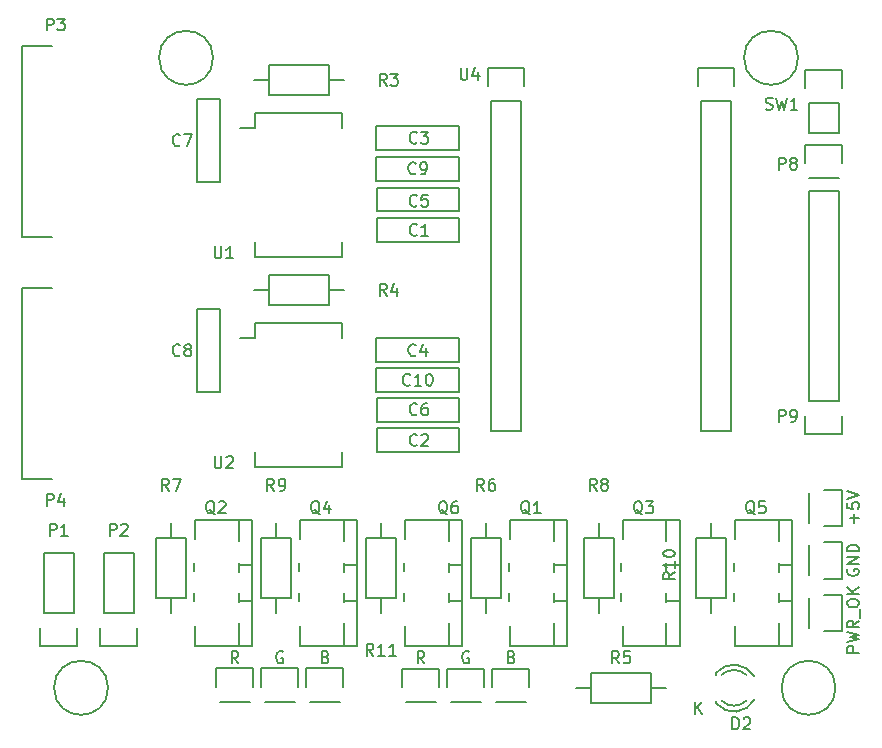
<source format=gto>
G04 #@! TF.FileFunction,Legend,Top*
%FSLAX46Y46*%
G04 Gerber Fmt 4.6, Leading zero omitted, Abs format (unit mm)*
G04 Created by KiCad (PCBNEW 4.0.0-stable) date 12/21/2015 3:24:30 PM*
%MOMM*%
G01*
G04 APERTURE LIST*
%ADD10C,0.100000*%
%ADD11C,0.150000*%
G04 APERTURE END LIST*
D10*
D11*
X152781000Y-128270000D02*
G75*
G03X152781000Y-128270000I-2286000J0D01*
G01*
X91186000Y-128270000D02*
G75*
G03X91186000Y-128270000I-2286000J0D01*
G01*
X103461143Y-126613701D02*
X103461143Y-128163701D01*
X100361143Y-128163701D02*
X100361143Y-126613701D01*
X100361143Y-126613701D02*
X103461143Y-126613701D01*
X100641143Y-129433701D02*
X103181143Y-129433701D01*
X100076000Y-74930000D02*
G75*
G03X100076000Y-74930000I-2286000J0D01*
G01*
X126164362Y-78575728D02*
X126164362Y-106515728D01*
X126164362Y-106515728D02*
X123624362Y-106515728D01*
X123624362Y-106515728D02*
X123624362Y-78575728D01*
X126444362Y-75755728D02*
X126444362Y-77305728D01*
X126164362Y-78575728D02*
X123624362Y-78575728D01*
X123344362Y-77305728D02*
X123344362Y-75755728D01*
X123344362Y-75755728D02*
X126444362Y-75755728D01*
X144224362Y-75755728D02*
X144224362Y-77305728D01*
X141124362Y-77305728D02*
X141124362Y-75755728D01*
X141124362Y-75755728D02*
X144224362Y-75755728D01*
X143944362Y-78575728D02*
X141404362Y-78575728D01*
X141404362Y-106515728D02*
X141404362Y-78575728D01*
X143944362Y-78575728D02*
X143944362Y-106515728D01*
X143944362Y-106515728D02*
X141404362Y-106515728D01*
X113935000Y-88535000D02*
X120935000Y-88535000D01*
X120935000Y-88535000D02*
X120935000Y-90535000D01*
X120935000Y-90535000D02*
X113935000Y-90535000D01*
X113935000Y-90535000D02*
X113935000Y-88535000D01*
X113935000Y-106315000D02*
X120935000Y-106315000D01*
X120935000Y-106315000D02*
X120935000Y-108315000D01*
X120935000Y-108315000D02*
X113935000Y-108315000D01*
X113935000Y-108315000D02*
X113935000Y-106315000D01*
X113905000Y-80735000D02*
X120905000Y-80735000D01*
X120905000Y-80735000D02*
X120905000Y-82735000D01*
X120905000Y-82735000D02*
X113905000Y-82735000D01*
X113905000Y-82735000D02*
X113905000Y-80735000D01*
X113905000Y-98695000D02*
X120905000Y-98695000D01*
X120905000Y-98695000D02*
X120905000Y-100695000D01*
X120905000Y-100695000D02*
X113905000Y-100695000D01*
X113905000Y-100695000D02*
X113905000Y-98695000D01*
X113935000Y-85931500D02*
X120935000Y-85931500D01*
X120935000Y-85931500D02*
X120935000Y-87931500D01*
X120935000Y-87931500D02*
X113935000Y-87931500D01*
X113935000Y-87931500D02*
X113935000Y-85931500D01*
X113935000Y-103775000D02*
X120935000Y-103775000D01*
X120935000Y-103775000D02*
X120935000Y-105775000D01*
X120935000Y-105775000D02*
X113935000Y-105775000D01*
X113935000Y-105775000D02*
X113935000Y-103775000D01*
X98695000Y-85455000D02*
X98695000Y-78455000D01*
X98695000Y-78455000D02*
X100695000Y-78455000D01*
X100695000Y-78455000D02*
X100695000Y-85455000D01*
X100695000Y-85455000D02*
X98695000Y-85455000D01*
X98695000Y-103235000D02*
X98695000Y-96235000D01*
X98695000Y-96235000D02*
X100695000Y-96235000D01*
X100695000Y-96235000D02*
X100695000Y-103235000D01*
X100695000Y-103235000D02*
X98695000Y-103235000D01*
X119213459Y-126645719D02*
X119213459Y-128195719D01*
X116113459Y-128195719D02*
X116113459Y-126645719D01*
X116113459Y-126645719D02*
X119213459Y-126645719D01*
X116393459Y-129465719D02*
X118933459Y-129465719D01*
X123023459Y-126645719D02*
X123023459Y-128195719D01*
X119923459Y-128195719D02*
X119923459Y-126645719D01*
X119923459Y-126645719D02*
X123023459Y-126645719D01*
X120203459Y-129465719D02*
X122743459Y-129465719D01*
X107271143Y-126613701D02*
X107271143Y-128163701D01*
X104171143Y-128163701D02*
X104171143Y-126613701D01*
X104171143Y-126613701D02*
X107271143Y-126613701D01*
X104451143Y-129433701D02*
X106991143Y-129433701D01*
X126833459Y-126645719D02*
X126833459Y-128195719D01*
X123733459Y-128195719D02*
X123733459Y-126645719D01*
X123733459Y-126645719D02*
X126833459Y-126645719D01*
X124013459Y-129465719D02*
X126553459Y-129465719D01*
X111081143Y-126613701D02*
X111081143Y-128163701D01*
X107981143Y-128163701D02*
X107981143Y-126613701D01*
X107981143Y-126613701D02*
X111081143Y-126613701D01*
X108261143Y-129433701D02*
X110801143Y-129433701D01*
X88265000Y-121920000D02*
X88265000Y-116840000D01*
X88265000Y-116840000D02*
X85725000Y-116840000D01*
X85725000Y-116840000D02*
X85725000Y-121920000D01*
X85445000Y-124740000D02*
X85445000Y-123190000D01*
X85725000Y-121920000D02*
X88265000Y-121920000D01*
X88545000Y-123190000D02*
X88545000Y-124740000D01*
X88545000Y-124740000D02*
X85445000Y-124740000D01*
X93345000Y-121920000D02*
X93345000Y-116840000D01*
X93345000Y-116840000D02*
X90805000Y-116840000D01*
X90805000Y-116840000D02*
X90805000Y-121920000D01*
X90525000Y-124740000D02*
X90525000Y-123190000D01*
X90805000Y-121920000D02*
X93345000Y-121920000D01*
X93625000Y-123190000D02*
X93625000Y-124740000D01*
X93625000Y-124740000D02*
X90525000Y-124740000D01*
X153315000Y-123470000D02*
X151765000Y-123470000D01*
X151765000Y-120370000D02*
X153315000Y-120370000D01*
X153315000Y-120370000D02*
X153315000Y-123470000D01*
X150495000Y-120650000D02*
X150495000Y-123190000D01*
X153315000Y-114580000D02*
X151765000Y-114580000D01*
X151765000Y-111480000D02*
X153315000Y-111480000D01*
X153315000Y-111480000D02*
X153315000Y-114580000D01*
X150495000Y-111760000D02*
X150495000Y-114300000D01*
X153315000Y-119025000D02*
X151765000Y-119025000D01*
X151765000Y-115925000D02*
X153315000Y-115925000D01*
X153315000Y-115925000D02*
X153315000Y-119025000D01*
X150495000Y-116205000D02*
X150495000Y-118745000D01*
X153315000Y-82270000D02*
X153315000Y-83820000D01*
X150215000Y-83820000D02*
X150215000Y-82270000D01*
X150215000Y-82270000D02*
X153315000Y-82270000D01*
X150495000Y-85090000D02*
X153035000Y-85090000D01*
X150495000Y-103975728D02*
X150495000Y-86195728D01*
X150495000Y-86195728D02*
X153035000Y-86195728D01*
X153035000Y-86195728D02*
X153035000Y-103975728D01*
X150215000Y-106795728D02*
X150215000Y-105245728D01*
X150495000Y-103975728D02*
X153035000Y-103975728D01*
X153315000Y-105245728D02*
X153315000Y-106795728D01*
X153315000Y-106795728D02*
X150215000Y-106795728D01*
X109855000Y-78105000D02*
X104775000Y-78105000D01*
X104775000Y-78105000D02*
X104775000Y-75565000D01*
X104775000Y-75565000D02*
X109855000Y-75565000D01*
X109855000Y-75565000D02*
X109855000Y-78105000D01*
X109855000Y-76835000D02*
X111125000Y-76835000D01*
X104775000Y-76835000D02*
X103505000Y-76835000D01*
X109855000Y-95885000D02*
X104775000Y-95885000D01*
X104775000Y-95885000D02*
X104775000Y-93345000D01*
X104775000Y-93345000D02*
X109855000Y-93345000D01*
X109855000Y-93345000D02*
X109855000Y-95885000D01*
X109855000Y-94615000D02*
X111125000Y-94615000D01*
X104775000Y-94615000D02*
X103505000Y-94615000D01*
X132080000Y-127000000D02*
X137160000Y-127000000D01*
X137160000Y-127000000D02*
X137160000Y-129540000D01*
X137160000Y-129540000D02*
X132080000Y-129540000D01*
X132080000Y-129540000D02*
X132080000Y-127000000D01*
X132080000Y-128270000D02*
X130810000Y-128270000D01*
X137160000Y-128270000D02*
X138430000Y-128270000D01*
X121920000Y-120650000D02*
X121920000Y-115570000D01*
X121920000Y-115570000D02*
X124460000Y-115570000D01*
X124460000Y-115570000D02*
X124460000Y-120650000D01*
X124460000Y-120650000D02*
X121920000Y-120650000D01*
X123190000Y-120650000D02*
X123190000Y-121920000D01*
X123190000Y-115570000D02*
X123190000Y-114300000D01*
X95250000Y-120650000D02*
X95250000Y-115570000D01*
X95250000Y-115570000D02*
X97790000Y-115570000D01*
X97790000Y-115570000D02*
X97790000Y-120650000D01*
X97790000Y-120650000D02*
X95250000Y-120650000D01*
X96520000Y-120650000D02*
X96520000Y-121920000D01*
X96520000Y-115570000D02*
X96520000Y-114300000D01*
X131445000Y-120650000D02*
X131445000Y-115570000D01*
X131445000Y-115570000D02*
X133985000Y-115570000D01*
X133985000Y-115570000D02*
X133985000Y-120650000D01*
X133985000Y-120650000D02*
X131445000Y-120650000D01*
X132715000Y-120650000D02*
X132715000Y-121920000D01*
X132715000Y-115570000D02*
X132715000Y-114300000D01*
X104140000Y-120650000D02*
X104140000Y-115570000D01*
X104140000Y-115570000D02*
X106680000Y-115570000D01*
X106680000Y-115570000D02*
X106680000Y-120650000D01*
X106680000Y-120650000D02*
X104140000Y-120650000D01*
X105410000Y-120650000D02*
X105410000Y-121920000D01*
X105410000Y-115570000D02*
X105410000Y-114300000D01*
X140970000Y-120650000D02*
X140970000Y-115570000D01*
X140970000Y-115570000D02*
X143510000Y-115570000D01*
X143510000Y-115570000D02*
X143510000Y-120650000D01*
X143510000Y-120650000D02*
X140970000Y-120650000D01*
X142240000Y-120650000D02*
X142240000Y-121920000D01*
X142240000Y-115570000D02*
X142240000Y-114300000D01*
X113030000Y-120650000D02*
X113030000Y-115570000D01*
X113030000Y-115570000D02*
X115570000Y-115570000D01*
X115570000Y-115570000D02*
X115570000Y-120650000D01*
X115570000Y-120650000D02*
X113030000Y-120650000D01*
X114300000Y-120650000D02*
X114300000Y-121920000D01*
X114300000Y-115570000D02*
X114300000Y-114300000D01*
X153035000Y-78740000D02*
X153035000Y-81280000D01*
X153315000Y-75920000D02*
X153315000Y-77470000D01*
X153035000Y-78740000D02*
X150495000Y-78740000D01*
X150215000Y-77470000D02*
X150215000Y-75920000D01*
X150215000Y-75920000D02*
X153315000Y-75920000D01*
X150495000Y-78740000D02*
X150495000Y-81280000D01*
X150495000Y-81280000D02*
X153035000Y-81280000D01*
X103640000Y-79620000D02*
X103640000Y-80890000D01*
X110990000Y-79620000D02*
X110990000Y-80890000D01*
X110990000Y-91830000D02*
X110990000Y-90560000D01*
X103640000Y-91830000D02*
X103640000Y-90560000D01*
X103640000Y-79620000D02*
X110990000Y-79620000D01*
X103640000Y-91830000D02*
X110990000Y-91830000D01*
X103640000Y-80890000D02*
X102355000Y-80890000D01*
X103640000Y-97400000D02*
X103640000Y-98670000D01*
X110990000Y-97400000D02*
X110990000Y-98670000D01*
X110990000Y-109610000D02*
X110990000Y-108340000D01*
X103640000Y-109610000D02*
X103640000Y-108340000D01*
X103640000Y-97400000D02*
X110990000Y-97400000D01*
X103640000Y-109610000D02*
X110990000Y-109610000D01*
X103640000Y-98670000D02*
X102355000Y-98670000D01*
X83893607Y-73935000D02*
X86433607Y-73935000D01*
X83893607Y-90135000D02*
X86433607Y-90135000D01*
X83893607Y-90135000D02*
X83893607Y-73935000D01*
X83893607Y-94382355D02*
X86433607Y-94382355D01*
X83893607Y-110582355D02*
X86433607Y-110582355D01*
X83893607Y-110582355D02*
X83893607Y-94382355D01*
X102235000Y-124714000D02*
X102235000Y-122809000D01*
X102235000Y-120269000D02*
X102235000Y-121031000D01*
X102235000Y-117856000D02*
X102235000Y-117729000D01*
X102235000Y-117856000D02*
X102235000Y-118491000D01*
X102235000Y-114046000D02*
X102235000Y-115824000D01*
X98552000Y-114046000D02*
X98552000Y-115697000D01*
X98425000Y-118364000D02*
X98425000Y-117729000D01*
X98425000Y-120904000D02*
X98425000Y-120269000D01*
X98552000Y-124714000D02*
X98552000Y-123063000D01*
X103378000Y-117856000D02*
X102235000Y-117856000D01*
X103378000Y-120904000D02*
X102235000Y-120904000D01*
X102235000Y-124714000D02*
X98552000Y-124714000D01*
X98552000Y-114046000D02*
X102235000Y-114046000D01*
X103378000Y-124714000D02*
X102235000Y-124714000D01*
X102235000Y-114046000D02*
X103378000Y-114046000D01*
X103378000Y-119380000D02*
X103378000Y-114046000D01*
X103378000Y-119380000D02*
X103378000Y-124714000D01*
X111125000Y-124714000D02*
X111125000Y-122809000D01*
X111125000Y-120269000D02*
X111125000Y-121031000D01*
X111125000Y-117856000D02*
X111125000Y-117729000D01*
X111125000Y-117856000D02*
X111125000Y-118491000D01*
X111125000Y-114046000D02*
X111125000Y-115824000D01*
X107442000Y-114046000D02*
X107442000Y-115697000D01*
X107315000Y-118364000D02*
X107315000Y-117729000D01*
X107315000Y-120904000D02*
X107315000Y-120269000D01*
X107442000Y-124714000D02*
X107442000Y-123063000D01*
X112268000Y-117856000D02*
X111125000Y-117856000D01*
X112268000Y-120904000D02*
X111125000Y-120904000D01*
X111125000Y-124714000D02*
X107442000Y-124714000D01*
X107442000Y-114046000D02*
X111125000Y-114046000D01*
X112268000Y-124714000D02*
X111125000Y-124714000D01*
X111125000Y-114046000D02*
X112268000Y-114046000D01*
X112268000Y-119380000D02*
X112268000Y-114046000D01*
X112268000Y-119380000D02*
X112268000Y-124714000D01*
X120015000Y-124714000D02*
X120015000Y-122809000D01*
X120015000Y-120269000D02*
X120015000Y-121031000D01*
X120015000Y-117856000D02*
X120015000Y-117729000D01*
X120015000Y-117856000D02*
X120015000Y-118491000D01*
X120015000Y-114046000D02*
X120015000Y-115824000D01*
X116332000Y-114046000D02*
X116332000Y-115697000D01*
X116205000Y-118364000D02*
X116205000Y-117729000D01*
X116205000Y-120904000D02*
X116205000Y-120269000D01*
X116332000Y-124714000D02*
X116332000Y-123063000D01*
X121158000Y-117856000D02*
X120015000Y-117856000D01*
X121158000Y-120904000D02*
X120015000Y-120904000D01*
X120015000Y-124714000D02*
X116332000Y-124714000D01*
X116332000Y-114046000D02*
X120015000Y-114046000D01*
X121158000Y-124714000D02*
X120015000Y-124714000D01*
X120015000Y-114046000D02*
X121158000Y-114046000D01*
X121158000Y-119380000D02*
X121158000Y-114046000D01*
X121158000Y-119380000D02*
X121158000Y-124714000D01*
X128905000Y-124714000D02*
X128905000Y-122809000D01*
X128905000Y-120269000D02*
X128905000Y-121031000D01*
X128905000Y-117856000D02*
X128905000Y-117729000D01*
X128905000Y-117856000D02*
X128905000Y-118491000D01*
X128905000Y-114046000D02*
X128905000Y-115824000D01*
X125222000Y-114046000D02*
X125222000Y-115697000D01*
X125095000Y-118364000D02*
X125095000Y-117729000D01*
X125095000Y-120904000D02*
X125095000Y-120269000D01*
X125222000Y-124714000D02*
X125222000Y-123063000D01*
X130048000Y-117856000D02*
X128905000Y-117856000D01*
X130048000Y-120904000D02*
X128905000Y-120904000D01*
X128905000Y-124714000D02*
X125222000Y-124714000D01*
X125222000Y-114046000D02*
X128905000Y-114046000D01*
X130048000Y-124714000D02*
X128905000Y-124714000D01*
X128905000Y-114046000D02*
X130048000Y-114046000D01*
X130048000Y-119380000D02*
X130048000Y-114046000D01*
X130048000Y-119380000D02*
X130048000Y-124714000D01*
X138430000Y-124714000D02*
X138430000Y-122809000D01*
X138430000Y-120269000D02*
X138430000Y-121031000D01*
X138430000Y-117856000D02*
X138430000Y-117729000D01*
X138430000Y-117856000D02*
X138430000Y-118491000D01*
X138430000Y-114046000D02*
X138430000Y-115824000D01*
X134747000Y-114046000D02*
X134747000Y-115697000D01*
X134620000Y-118364000D02*
X134620000Y-117729000D01*
X134620000Y-120904000D02*
X134620000Y-120269000D01*
X134747000Y-124714000D02*
X134747000Y-123063000D01*
X139573000Y-117856000D02*
X138430000Y-117856000D01*
X139573000Y-120904000D02*
X138430000Y-120904000D01*
X138430000Y-124714000D02*
X134747000Y-124714000D01*
X134747000Y-114046000D02*
X138430000Y-114046000D01*
X139573000Y-124714000D02*
X138430000Y-124714000D01*
X138430000Y-114046000D02*
X139573000Y-114046000D01*
X139573000Y-119380000D02*
X139573000Y-114046000D01*
X139573000Y-119380000D02*
X139573000Y-124714000D01*
X147955000Y-124714000D02*
X147955000Y-122809000D01*
X147955000Y-120269000D02*
X147955000Y-121031000D01*
X147955000Y-117856000D02*
X147955000Y-117729000D01*
X147955000Y-117856000D02*
X147955000Y-118491000D01*
X147955000Y-114046000D02*
X147955000Y-115824000D01*
X144272000Y-114046000D02*
X144272000Y-115697000D01*
X144145000Y-118364000D02*
X144145000Y-117729000D01*
X144145000Y-120904000D02*
X144145000Y-120269000D01*
X144272000Y-124714000D02*
X144272000Y-123063000D01*
X149098000Y-117856000D02*
X147955000Y-117856000D01*
X149098000Y-120904000D02*
X147955000Y-120904000D01*
X147955000Y-124714000D02*
X144272000Y-124714000D01*
X144272000Y-114046000D02*
X147955000Y-114046000D01*
X149098000Y-124714000D02*
X147955000Y-124714000D01*
X147955000Y-114046000D02*
X149098000Y-114046000D01*
X149098000Y-119380000D02*
X149098000Y-114046000D01*
X149098000Y-119380000D02*
X149098000Y-124714000D01*
X149606000Y-74930000D02*
G75*
G03X149606000Y-74930000I-2286000J0D01*
G01*
X113905000Y-83335000D02*
X120905000Y-83335000D01*
X120905000Y-83335000D02*
X120905000Y-85335000D01*
X120905000Y-85335000D02*
X113905000Y-85335000D01*
X113905000Y-85335000D02*
X113905000Y-83335000D01*
X113905000Y-101235000D02*
X120905000Y-101235000D01*
X120905000Y-101235000D02*
X120905000Y-103235000D01*
X120905000Y-103235000D02*
X113905000Y-103235000D01*
X113905000Y-103235000D02*
X113905000Y-101235000D01*
X142676000Y-129584000D02*
X142676000Y-129384000D01*
X142676000Y-126990000D02*
X142676000Y-127170000D01*
X145903744Y-127300357D02*
G75*
G03X142676000Y-126984000I-1727744J-1003643D01*
G01*
X145228006Y-127170932D02*
G75*
G03X143125000Y-127170000I-1052006J-1133068D01*
G01*
X142688780Y-129610726D02*
G75*
G03X145926000Y-129264000I1497220J1306726D01*
G01*
X143162111Y-129383253D02*
G75*
G03X145210000Y-129364000I1013889J1079253D01*
G01*
X102220667Y-126182381D02*
X101887333Y-125706190D01*
X101649238Y-126182381D02*
X101649238Y-125182381D01*
X102030191Y-125182381D01*
X102125429Y-125230000D01*
X102173048Y-125277619D01*
X102220667Y-125372857D01*
X102220667Y-125515714D01*
X102173048Y-125610952D01*
X102125429Y-125658571D01*
X102030191Y-125706190D01*
X101649238Y-125706190D01*
X121031095Y-75779381D02*
X121031095Y-76588905D01*
X121078714Y-76684143D01*
X121126333Y-76731762D01*
X121221571Y-76779381D01*
X121412048Y-76779381D01*
X121507286Y-76731762D01*
X121554905Y-76684143D01*
X121602524Y-76588905D01*
X121602524Y-75779381D01*
X122507286Y-76112714D02*
X122507286Y-76779381D01*
X122269190Y-75731762D02*
X122031095Y-76446048D01*
X122650143Y-76446048D01*
X117338334Y-89892143D02*
X117290715Y-89939762D01*
X117147858Y-89987381D01*
X117052620Y-89987381D01*
X116909762Y-89939762D01*
X116814524Y-89844524D01*
X116766905Y-89749286D01*
X116719286Y-89558810D01*
X116719286Y-89415952D01*
X116766905Y-89225476D01*
X116814524Y-89130238D01*
X116909762Y-89035000D01*
X117052620Y-88987381D01*
X117147858Y-88987381D01*
X117290715Y-89035000D01*
X117338334Y-89082619D01*
X118290715Y-89987381D02*
X117719286Y-89987381D01*
X118005000Y-89987381D02*
X118005000Y-88987381D01*
X117909762Y-89130238D01*
X117814524Y-89225476D01*
X117719286Y-89273095D01*
X117338334Y-107692143D02*
X117290715Y-107739762D01*
X117147858Y-107787381D01*
X117052620Y-107787381D01*
X116909762Y-107739762D01*
X116814524Y-107644524D01*
X116766905Y-107549286D01*
X116719286Y-107358810D01*
X116719286Y-107215952D01*
X116766905Y-107025476D01*
X116814524Y-106930238D01*
X116909762Y-106835000D01*
X117052620Y-106787381D01*
X117147858Y-106787381D01*
X117290715Y-106835000D01*
X117338334Y-106882619D01*
X117719286Y-106882619D02*
X117766905Y-106835000D01*
X117862143Y-106787381D01*
X118100239Y-106787381D01*
X118195477Y-106835000D01*
X118243096Y-106882619D01*
X118290715Y-106977857D01*
X118290715Y-107073095D01*
X118243096Y-107215952D01*
X117671667Y-107787381D01*
X118290715Y-107787381D01*
X117338334Y-82092143D02*
X117290715Y-82139762D01*
X117147858Y-82187381D01*
X117052620Y-82187381D01*
X116909762Y-82139762D01*
X116814524Y-82044524D01*
X116766905Y-81949286D01*
X116719286Y-81758810D01*
X116719286Y-81615952D01*
X116766905Y-81425476D01*
X116814524Y-81330238D01*
X116909762Y-81235000D01*
X117052620Y-81187381D01*
X117147858Y-81187381D01*
X117290715Y-81235000D01*
X117338334Y-81282619D01*
X117671667Y-81187381D02*
X118290715Y-81187381D01*
X117957381Y-81568333D01*
X118100239Y-81568333D01*
X118195477Y-81615952D01*
X118243096Y-81663571D01*
X118290715Y-81758810D01*
X118290715Y-81996905D01*
X118243096Y-82092143D01*
X118195477Y-82139762D01*
X118100239Y-82187381D01*
X117814524Y-82187381D01*
X117719286Y-82139762D01*
X117671667Y-82092143D01*
X117238334Y-100092143D02*
X117190715Y-100139762D01*
X117047858Y-100187381D01*
X116952620Y-100187381D01*
X116809762Y-100139762D01*
X116714524Y-100044524D01*
X116666905Y-99949286D01*
X116619286Y-99758810D01*
X116619286Y-99615952D01*
X116666905Y-99425476D01*
X116714524Y-99330238D01*
X116809762Y-99235000D01*
X116952620Y-99187381D01*
X117047858Y-99187381D01*
X117190715Y-99235000D01*
X117238334Y-99282619D01*
X118095477Y-99520714D02*
X118095477Y-100187381D01*
X117857381Y-99139762D02*
X117619286Y-99854048D01*
X118238334Y-99854048D01*
X117338334Y-87428643D02*
X117290715Y-87476262D01*
X117147858Y-87523881D01*
X117052620Y-87523881D01*
X116909762Y-87476262D01*
X116814524Y-87381024D01*
X116766905Y-87285786D01*
X116719286Y-87095310D01*
X116719286Y-86952452D01*
X116766905Y-86761976D01*
X116814524Y-86666738D01*
X116909762Y-86571500D01*
X117052620Y-86523881D01*
X117147858Y-86523881D01*
X117290715Y-86571500D01*
X117338334Y-86619119D01*
X118243096Y-86523881D02*
X117766905Y-86523881D01*
X117719286Y-87000071D01*
X117766905Y-86952452D01*
X117862143Y-86904833D01*
X118100239Y-86904833D01*
X118195477Y-86952452D01*
X118243096Y-87000071D01*
X118290715Y-87095310D01*
X118290715Y-87333405D01*
X118243096Y-87428643D01*
X118195477Y-87476262D01*
X118100239Y-87523881D01*
X117862143Y-87523881D01*
X117766905Y-87476262D01*
X117719286Y-87428643D01*
X117338334Y-105092143D02*
X117290715Y-105139762D01*
X117147858Y-105187381D01*
X117052620Y-105187381D01*
X116909762Y-105139762D01*
X116814524Y-105044524D01*
X116766905Y-104949286D01*
X116719286Y-104758810D01*
X116719286Y-104615952D01*
X116766905Y-104425476D01*
X116814524Y-104330238D01*
X116909762Y-104235000D01*
X117052620Y-104187381D01*
X117147858Y-104187381D01*
X117290715Y-104235000D01*
X117338334Y-104282619D01*
X118195477Y-104187381D02*
X118005000Y-104187381D01*
X117909762Y-104235000D01*
X117862143Y-104282619D01*
X117766905Y-104425476D01*
X117719286Y-104615952D01*
X117719286Y-104996905D01*
X117766905Y-105092143D01*
X117814524Y-105139762D01*
X117909762Y-105187381D01*
X118100239Y-105187381D01*
X118195477Y-105139762D01*
X118243096Y-105092143D01*
X118290715Y-104996905D01*
X118290715Y-104758810D01*
X118243096Y-104663571D01*
X118195477Y-104615952D01*
X118100239Y-104568333D01*
X117909762Y-104568333D01*
X117814524Y-104615952D01*
X117766905Y-104663571D01*
X117719286Y-104758810D01*
X97278334Y-82312143D02*
X97230715Y-82359762D01*
X97087858Y-82407381D01*
X96992620Y-82407381D01*
X96849762Y-82359762D01*
X96754524Y-82264524D01*
X96706905Y-82169286D01*
X96659286Y-81978810D01*
X96659286Y-81835952D01*
X96706905Y-81645476D01*
X96754524Y-81550238D01*
X96849762Y-81455000D01*
X96992620Y-81407381D01*
X97087858Y-81407381D01*
X97230715Y-81455000D01*
X97278334Y-81502619D01*
X97611667Y-81407381D02*
X98278334Y-81407381D01*
X97849762Y-82407381D01*
X97278334Y-100092143D02*
X97230715Y-100139762D01*
X97087858Y-100187381D01*
X96992620Y-100187381D01*
X96849762Y-100139762D01*
X96754524Y-100044524D01*
X96706905Y-99949286D01*
X96659286Y-99758810D01*
X96659286Y-99615952D01*
X96706905Y-99425476D01*
X96754524Y-99330238D01*
X96849762Y-99235000D01*
X96992620Y-99187381D01*
X97087858Y-99187381D01*
X97230715Y-99235000D01*
X97278334Y-99282619D01*
X97849762Y-99615952D02*
X97754524Y-99568333D01*
X97706905Y-99520714D01*
X97659286Y-99425476D01*
X97659286Y-99377857D01*
X97706905Y-99282619D01*
X97754524Y-99235000D01*
X97849762Y-99187381D01*
X98040239Y-99187381D01*
X98135477Y-99235000D01*
X98183096Y-99282619D01*
X98230715Y-99377857D01*
X98230715Y-99425476D01*
X98183096Y-99520714D01*
X98135477Y-99568333D01*
X98040239Y-99615952D01*
X97849762Y-99615952D01*
X97754524Y-99663571D01*
X97706905Y-99711190D01*
X97659286Y-99806429D01*
X97659286Y-99996905D01*
X97706905Y-100092143D01*
X97754524Y-100139762D01*
X97849762Y-100187381D01*
X98040239Y-100187381D01*
X98135477Y-100139762D01*
X98183096Y-100092143D01*
X98230715Y-99996905D01*
X98230715Y-99806429D01*
X98183096Y-99711190D01*
X98135477Y-99663571D01*
X98040239Y-99615952D01*
X117972983Y-126182381D02*
X117639649Y-125706190D01*
X117401554Y-126182381D02*
X117401554Y-125182381D01*
X117782507Y-125182381D01*
X117877745Y-125230000D01*
X117925364Y-125277619D01*
X117972983Y-125372857D01*
X117972983Y-125515714D01*
X117925364Y-125610952D01*
X117877745Y-125658571D01*
X117782507Y-125706190D01*
X117401554Y-125706190D01*
X121735364Y-125230000D02*
X121640126Y-125182381D01*
X121497269Y-125182381D01*
X121354411Y-125230000D01*
X121259173Y-125325238D01*
X121211554Y-125420476D01*
X121163935Y-125610952D01*
X121163935Y-125753810D01*
X121211554Y-125944286D01*
X121259173Y-126039524D01*
X121354411Y-126134762D01*
X121497269Y-126182381D01*
X121592507Y-126182381D01*
X121735364Y-126134762D01*
X121782983Y-126087143D01*
X121782983Y-125753810D01*
X121592507Y-125753810D01*
X105983048Y-125230000D02*
X105887810Y-125182381D01*
X105744953Y-125182381D01*
X105602095Y-125230000D01*
X105506857Y-125325238D01*
X105459238Y-125420476D01*
X105411619Y-125610952D01*
X105411619Y-125753810D01*
X105459238Y-125944286D01*
X105506857Y-126039524D01*
X105602095Y-126134762D01*
X105744953Y-126182381D01*
X105840191Y-126182381D01*
X105983048Y-126134762D01*
X106030667Y-126087143D01*
X106030667Y-125753810D01*
X105840191Y-125753810D01*
X125354888Y-125658571D02*
X125497745Y-125706190D01*
X125545364Y-125753810D01*
X125592983Y-125849048D01*
X125592983Y-125991905D01*
X125545364Y-126087143D01*
X125497745Y-126134762D01*
X125402507Y-126182381D01*
X125021554Y-126182381D01*
X125021554Y-125182381D01*
X125354888Y-125182381D01*
X125450126Y-125230000D01*
X125497745Y-125277619D01*
X125545364Y-125372857D01*
X125545364Y-125468095D01*
X125497745Y-125563333D01*
X125450126Y-125610952D01*
X125354888Y-125658571D01*
X125021554Y-125658571D01*
X109602572Y-125658571D02*
X109745429Y-125706190D01*
X109793048Y-125753810D01*
X109840667Y-125849048D01*
X109840667Y-125991905D01*
X109793048Y-126087143D01*
X109745429Y-126134762D01*
X109650191Y-126182381D01*
X109269238Y-126182381D01*
X109269238Y-125182381D01*
X109602572Y-125182381D01*
X109697810Y-125230000D01*
X109745429Y-125277619D01*
X109793048Y-125372857D01*
X109793048Y-125468095D01*
X109745429Y-125563333D01*
X109697810Y-125610952D01*
X109602572Y-125658571D01*
X109269238Y-125658571D01*
X86256905Y-115387381D02*
X86256905Y-114387381D01*
X86637858Y-114387381D01*
X86733096Y-114435000D01*
X86780715Y-114482619D01*
X86828334Y-114577857D01*
X86828334Y-114720714D01*
X86780715Y-114815952D01*
X86733096Y-114863571D01*
X86637858Y-114911190D01*
X86256905Y-114911190D01*
X87780715Y-115387381D02*
X87209286Y-115387381D01*
X87495000Y-115387381D02*
X87495000Y-114387381D01*
X87399762Y-114530238D01*
X87304524Y-114625476D01*
X87209286Y-114673095D01*
X91336905Y-115387381D02*
X91336905Y-114387381D01*
X91717858Y-114387381D01*
X91813096Y-114435000D01*
X91860715Y-114482619D01*
X91908334Y-114577857D01*
X91908334Y-114720714D01*
X91860715Y-114815952D01*
X91813096Y-114863571D01*
X91717858Y-114911190D01*
X91336905Y-114911190D01*
X92289286Y-114482619D02*
X92336905Y-114435000D01*
X92432143Y-114387381D01*
X92670239Y-114387381D01*
X92765477Y-114435000D01*
X92813096Y-114482619D01*
X92860715Y-114577857D01*
X92860715Y-114673095D01*
X92813096Y-114815952D01*
X92241667Y-115387381D01*
X92860715Y-115387381D01*
X154757381Y-125293095D02*
X153757381Y-125293095D01*
X153757381Y-124912142D01*
X153805000Y-124816904D01*
X153852619Y-124769285D01*
X153947857Y-124721666D01*
X154090714Y-124721666D01*
X154185952Y-124769285D01*
X154233571Y-124816904D01*
X154281190Y-124912142D01*
X154281190Y-125293095D01*
X153757381Y-124388333D02*
X154757381Y-124150238D01*
X154043095Y-123959761D01*
X154757381Y-123769285D01*
X153757381Y-123531190D01*
X154757381Y-122578809D02*
X154281190Y-122912143D01*
X154757381Y-123150238D02*
X153757381Y-123150238D01*
X153757381Y-122769285D01*
X153805000Y-122674047D01*
X153852619Y-122626428D01*
X153947857Y-122578809D01*
X154090714Y-122578809D01*
X154185952Y-122626428D01*
X154233571Y-122674047D01*
X154281190Y-122769285D01*
X154281190Y-123150238D01*
X154852619Y-122388333D02*
X154852619Y-121626428D01*
X153757381Y-121197857D02*
X153757381Y-121007380D01*
X153805000Y-120912142D01*
X153900238Y-120816904D01*
X154090714Y-120769285D01*
X154424048Y-120769285D01*
X154614524Y-120816904D01*
X154709762Y-120912142D01*
X154757381Y-121007380D01*
X154757381Y-121197857D01*
X154709762Y-121293095D01*
X154614524Y-121388333D01*
X154424048Y-121435952D01*
X154090714Y-121435952D01*
X153900238Y-121388333D01*
X153805000Y-121293095D01*
X153757381Y-121197857D01*
X154757381Y-120340714D02*
X153757381Y-120340714D01*
X154757381Y-119769285D02*
X154185952Y-120197857D01*
X153757381Y-119769285D02*
X154328810Y-120340714D01*
X154376429Y-114315714D02*
X154376429Y-113553809D01*
X154757381Y-113934761D02*
X153995476Y-113934761D01*
X153757381Y-112601428D02*
X153757381Y-113077619D01*
X154233571Y-113125238D01*
X154185952Y-113077619D01*
X154138333Y-112982381D01*
X154138333Y-112744285D01*
X154185952Y-112649047D01*
X154233571Y-112601428D01*
X154328810Y-112553809D01*
X154566905Y-112553809D01*
X154662143Y-112601428D01*
X154709762Y-112649047D01*
X154757381Y-112744285D01*
X154757381Y-112982381D01*
X154709762Y-113077619D01*
X154662143Y-113125238D01*
X153757381Y-112268095D02*
X154757381Y-111934762D01*
X153757381Y-111601428D01*
X153805000Y-118236904D02*
X153757381Y-118332142D01*
X153757381Y-118474999D01*
X153805000Y-118617857D01*
X153900238Y-118713095D01*
X153995476Y-118760714D01*
X154185952Y-118808333D01*
X154328810Y-118808333D01*
X154519286Y-118760714D01*
X154614524Y-118713095D01*
X154709762Y-118617857D01*
X154757381Y-118474999D01*
X154757381Y-118379761D01*
X154709762Y-118236904D01*
X154662143Y-118189285D01*
X154328810Y-118189285D01*
X154328810Y-118379761D01*
X154757381Y-117760714D02*
X153757381Y-117760714D01*
X154757381Y-117189285D01*
X153757381Y-117189285D01*
X154757381Y-116713095D02*
X153757381Y-116713095D01*
X153757381Y-116475000D01*
X153805000Y-116332142D01*
X153900238Y-116236904D01*
X153995476Y-116189285D01*
X154185952Y-116141666D01*
X154328810Y-116141666D01*
X154519286Y-116189285D01*
X154614524Y-116236904D01*
X154709762Y-116332142D01*
X154757381Y-116475000D01*
X154757381Y-116713095D01*
X147978905Y-84399381D02*
X147978905Y-83399381D01*
X148359858Y-83399381D01*
X148455096Y-83447000D01*
X148502715Y-83494619D01*
X148550334Y-83589857D01*
X148550334Y-83732714D01*
X148502715Y-83827952D01*
X148455096Y-83875571D01*
X148359858Y-83923190D01*
X147978905Y-83923190D01*
X149121762Y-83827952D02*
X149026524Y-83780333D01*
X148978905Y-83732714D01*
X148931286Y-83637476D01*
X148931286Y-83589857D01*
X148978905Y-83494619D01*
X149026524Y-83447000D01*
X149121762Y-83399381D01*
X149312239Y-83399381D01*
X149407477Y-83447000D01*
X149455096Y-83494619D01*
X149502715Y-83589857D01*
X149502715Y-83637476D01*
X149455096Y-83732714D01*
X149407477Y-83780333D01*
X149312239Y-83827952D01*
X149121762Y-83827952D01*
X149026524Y-83875571D01*
X148978905Y-83923190D01*
X148931286Y-84018429D01*
X148931286Y-84208905D01*
X148978905Y-84304143D01*
X149026524Y-84351762D01*
X149121762Y-84399381D01*
X149312239Y-84399381D01*
X149407477Y-84351762D01*
X149455096Y-84304143D01*
X149502715Y-84208905D01*
X149502715Y-84018429D01*
X149455096Y-83923190D01*
X149407477Y-83875571D01*
X149312239Y-83827952D01*
X147978905Y-105735381D02*
X147978905Y-104735381D01*
X148359858Y-104735381D01*
X148455096Y-104783000D01*
X148502715Y-104830619D01*
X148550334Y-104925857D01*
X148550334Y-105068714D01*
X148502715Y-105163952D01*
X148455096Y-105211571D01*
X148359858Y-105259190D01*
X147978905Y-105259190D01*
X149026524Y-105735381D02*
X149217000Y-105735381D01*
X149312239Y-105687762D01*
X149359858Y-105640143D01*
X149455096Y-105497286D01*
X149502715Y-105306810D01*
X149502715Y-104925857D01*
X149455096Y-104830619D01*
X149407477Y-104783000D01*
X149312239Y-104735381D01*
X149121762Y-104735381D01*
X149026524Y-104783000D01*
X148978905Y-104830619D01*
X148931286Y-104925857D01*
X148931286Y-105163952D01*
X148978905Y-105259190D01*
X149026524Y-105306810D01*
X149121762Y-105354429D01*
X149312239Y-105354429D01*
X149407477Y-105306810D01*
X149455096Y-105259190D01*
X149502715Y-105163952D01*
X114768334Y-77287381D02*
X114435000Y-76811190D01*
X114196905Y-77287381D02*
X114196905Y-76287381D01*
X114577858Y-76287381D01*
X114673096Y-76335000D01*
X114720715Y-76382619D01*
X114768334Y-76477857D01*
X114768334Y-76620714D01*
X114720715Y-76715952D01*
X114673096Y-76763571D01*
X114577858Y-76811190D01*
X114196905Y-76811190D01*
X115101667Y-76287381D02*
X115720715Y-76287381D01*
X115387381Y-76668333D01*
X115530239Y-76668333D01*
X115625477Y-76715952D01*
X115673096Y-76763571D01*
X115720715Y-76858810D01*
X115720715Y-77096905D01*
X115673096Y-77192143D01*
X115625477Y-77239762D01*
X115530239Y-77287381D01*
X115244524Y-77287381D01*
X115149286Y-77239762D01*
X115101667Y-77192143D01*
X114768334Y-95067381D02*
X114435000Y-94591190D01*
X114196905Y-95067381D02*
X114196905Y-94067381D01*
X114577858Y-94067381D01*
X114673096Y-94115000D01*
X114720715Y-94162619D01*
X114768334Y-94257857D01*
X114768334Y-94400714D01*
X114720715Y-94495952D01*
X114673096Y-94543571D01*
X114577858Y-94591190D01*
X114196905Y-94591190D01*
X115625477Y-94400714D02*
X115625477Y-95067381D01*
X115387381Y-94019762D02*
X115149286Y-94734048D01*
X115768334Y-94734048D01*
X134453334Y-126182381D02*
X134120000Y-125706190D01*
X133881905Y-126182381D02*
X133881905Y-125182381D01*
X134262858Y-125182381D01*
X134358096Y-125230000D01*
X134405715Y-125277619D01*
X134453334Y-125372857D01*
X134453334Y-125515714D01*
X134405715Y-125610952D01*
X134358096Y-125658571D01*
X134262858Y-125706190D01*
X133881905Y-125706190D01*
X135358096Y-125182381D02*
X134881905Y-125182381D01*
X134834286Y-125658571D01*
X134881905Y-125610952D01*
X134977143Y-125563333D01*
X135215239Y-125563333D01*
X135310477Y-125610952D01*
X135358096Y-125658571D01*
X135405715Y-125753810D01*
X135405715Y-125991905D01*
X135358096Y-126087143D01*
X135310477Y-126134762D01*
X135215239Y-126182381D01*
X134977143Y-126182381D01*
X134881905Y-126134762D01*
X134834286Y-126087143D01*
X123023334Y-111577381D02*
X122690000Y-111101190D01*
X122451905Y-111577381D02*
X122451905Y-110577381D01*
X122832858Y-110577381D01*
X122928096Y-110625000D01*
X122975715Y-110672619D01*
X123023334Y-110767857D01*
X123023334Y-110910714D01*
X122975715Y-111005952D01*
X122928096Y-111053571D01*
X122832858Y-111101190D01*
X122451905Y-111101190D01*
X123880477Y-110577381D02*
X123690000Y-110577381D01*
X123594762Y-110625000D01*
X123547143Y-110672619D01*
X123451905Y-110815476D01*
X123404286Y-111005952D01*
X123404286Y-111386905D01*
X123451905Y-111482143D01*
X123499524Y-111529762D01*
X123594762Y-111577381D01*
X123785239Y-111577381D01*
X123880477Y-111529762D01*
X123928096Y-111482143D01*
X123975715Y-111386905D01*
X123975715Y-111148810D01*
X123928096Y-111053571D01*
X123880477Y-111005952D01*
X123785239Y-110958333D01*
X123594762Y-110958333D01*
X123499524Y-111005952D01*
X123451905Y-111053571D01*
X123404286Y-111148810D01*
X96353334Y-111577381D02*
X96020000Y-111101190D01*
X95781905Y-111577381D02*
X95781905Y-110577381D01*
X96162858Y-110577381D01*
X96258096Y-110625000D01*
X96305715Y-110672619D01*
X96353334Y-110767857D01*
X96353334Y-110910714D01*
X96305715Y-111005952D01*
X96258096Y-111053571D01*
X96162858Y-111101190D01*
X95781905Y-111101190D01*
X96686667Y-110577381D02*
X97353334Y-110577381D01*
X96924762Y-111577381D01*
X132548334Y-111577381D02*
X132215000Y-111101190D01*
X131976905Y-111577381D02*
X131976905Y-110577381D01*
X132357858Y-110577381D01*
X132453096Y-110625000D01*
X132500715Y-110672619D01*
X132548334Y-110767857D01*
X132548334Y-110910714D01*
X132500715Y-111005952D01*
X132453096Y-111053571D01*
X132357858Y-111101190D01*
X131976905Y-111101190D01*
X133119762Y-111005952D02*
X133024524Y-110958333D01*
X132976905Y-110910714D01*
X132929286Y-110815476D01*
X132929286Y-110767857D01*
X132976905Y-110672619D01*
X133024524Y-110625000D01*
X133119762Y-110577381D01*
X133310239Y-110577381D01*
X133405477Y-110625000D01*
X133453096Y-110672619D01*
X133500715Y-110767857D01*
X133500715Y-110815476D01*
X133453096Y-110910714D01*
X133405477Y-110958333D01*
X133310239Y-111005952D01*
X133119762Y-111005952D01*
X133024524Y-111053571D01*
X132976905Y-111101190D01*
X132929286Y-111196429D01*
X132929286Y-111386905D01*
X132976905Y-111482143D01*
X133024524Y-111529762D01*
X133119762Y-111577381D01*
X133310239Y-111577381D01*
X133405477Y-111529762D01*
X133453096Y-111482143D01*
X133500715Y-111386905D01*
X133500715Y-111196429D01*
X133453096Y-111101190D01*
X133405477Y-111053571D01*
X133310239Y-111005952D01*
X105243334Y-111577381D02*
X104910000Y-111101190D01*
X104671905Y-111577381D02*
X104671905Y-110577381D01*
X105052858Y-110577381D01*
X105148096Y-110625000D01*
X105195715Y-110672619D01*
X105243334Y-110767857D01*
X105243334Y-110910714D01*
X105195715Y-111005952D01*
X105148096Y-111053571D01*
X105052858Y-111101190D01*
X104671905Y-111101190D01*
X105719524Y-111577381D02*
X105910000Y-111577381D01*
X106005239Y-111529762D01*
X106052858Y-111482143D01*
X106148096Y-111339286D01*
X106195715Y-111148810D01*
X106195715Y-110767857D01*
X106148096Y-110672619D01*
X106100477Y-110625000D01*
X106005239Y-110577381D01*
X105814762Y-110577381D01*
X105719524Y-110625000D01*
X105671905Y-110672619D01*
X105624286Y-110767857D01*
X105624286Y-111005952D01*
X105671905Y-111101190D01*
X105719524Y-111148810D01*
X105814762Y-111196429D01*
X106005239Y-111196429D01*
X106100477Y-111148810D01*
X106148096Y-111101190D01*
X106195715Y-111005952D01*
X139192261Y-118503937D02*
X138716070Y-118837271D01*
X139192261Y-119075366D02*
X138192261Y-119075366D01*
X138192261Y-118694413D01*
X138239880Y-118599175D01*
X138287499Y-118551556D01*
X138382737Y-118503937D01*
X138525594Y-118503937D01*
X138620832Y-118551556D01*
X138668451Y-118599175D01*
X138716070Y-118694413D01*
X138716070Y-119075366D01*
X139192261Y-117551556D02*
X139192261Y-118122985D01*
X139192261Y-117837271D02*
X138192261Y-117837271D01*
X138335118Y-117932509D01*
X138430356Y-118027747D01*
X138477975Y-118122985D01*
X138192261Y-116932509D02*
X138192261Y-116837270D01*
X138239880Y-116742032D01*
X138287499Y-116694413D01*
X138382737Y-116646794D01*
X138573213Y-116599175D01*
X138811309Y-116599175D01*
X139001785Y-116646794D01*
X139097023Y-116694413D01*
X139144642Y-116742032D01*
X139192261Y-116837270D01*
X139192261Y-116932509D01*
X139144642Y-117027747D01*
X139097023Y-117075366D01*
X139001785Y-117122985D01*
X138811309Y-117170604D01*
X138573213Y-117170604D01*
X138382737Y-117122985D01*
X138287499Y-117075366D01*
X138239880Y-117027747D01*
X138192261Y-116932509D01*
X113657143Y-125547381D02*
X113323809Y-125071190D01*
X113085714Y-125547381D02*
X113085714Y-124547381D01*
X113466667Y-124547381D01*
X113561905Y-124595000D01*
X113609524Y-124642619D01*
X113657143Y-124737857D01*
X113657143Y-124880714D01*
X113609524Y-124975952D01*
X113561905Y-125023571D01*
X113466667Y-125071190D01*
X113085714Y-125071190D01*
X114609524Y-125547381D02*
X114038095Y-125547381D01*
X114323809Y-125547381D02*
X114323809Y-124547381D01*
X114228571Y-124690238D01*
X114133333Y-124785476D01*
X114038095Y-124833095D01*
X115561905Y-125547381D02*
X114990476Y-125547381D01*
X115276190Y-125547381D02*
X115276190Y-124547381D01*
X115180952Y-124690238D01*
X115085714Y-124785476D01*
X114990476Y-124833095D01*
X146875667Y-79271762D02*
X147018524Y-79319381D01*
X147256620Y-79319381D01*
X147351858Y-79271762D01*
X147399477Y-79224143D01*
X147447096Y-79128905D01*
X147447096Y-79033667D01*
X147399477Y-78938429D01*
X147351858Y-78890810D01*
X147256620Y-78843190D01*
X147066143Y-78795571D01*
X146970905Y-78747952D01*
X146923286Y-78700333D01*
X146875667Y-78605095D01*
X146875667Y-78509857D01*
X146923286Y-78414619D01*
X146970905Y-78367000D01*
X147066143Y-78319381D01*
X147304239Y-78319381D01*
X147447096Y-78367000D01*
X147780429Y-78319381D02*
X148018524Y-79319381D01*
X148209001Y-78605095D01*
X148399477Y-79319381D01*
X148637572Y-78319381D01*
X149542334Y-79319381D02*
X148970905Y-79319381D01*
X149256619Y-79319381D02*
X149256619Y-78319381D01*
X149161381Y-78462238D01*
X149066143Y-78557476D01*
X148970905Y-78605095D01*
X100203095Y-90892381D02*
X100203095Y-91701905D01*
X100250714Y-91797143D01*
X100298333Y-91844762D01*
X100393571Y-91892381D01*
X100584048Y-91892381D01*
X100679286Y-91844762D01*
X100726905Y-91797143D01*
X100774524Y-91701905D01*
X100774524Y-90892381D01*
X101774524Y-91892381D02*
X101203095Y-91892381D01*
X101488809Y-91892381D02*
X101488809Y-90892381D01*
X101393571Y-91035238D01*
X101298333Y-91130476D01*
X101203095Y-91178095D01*
X100203095Y-108672381D02*
X100203095Y-109481905D01*
X100250714Y-109577143D01*
X100298333Y-109624762D01*
X100393571Y-109672381D01*
X100584048Y-109672381D01*
X100679286Y-109624762D01*
X100726905Y-109577143D01*
X100774524Y-109481905D01*
X100774524Y-108672381D01*
X101203095Y-108767619D02*
X101250714Y-108720000D01*
X101345952Y-108672381D01*
X101584048Y-108672381D01*
X101679286Y-108720000D01*
X101726905Y-108767619D01*
X101774524Y-108862857D01*
X101774524Y-108958095D01*
X101726905Y-109100952D01*
X101155476Y-109672381D01*
X101774524Y-109672381D01*
X86002905Y-72610026D02*
X86002905Y-71610026D01*
X86383858Y-71610026D01*
X86479096Y-71657645D01*
X86526715Y-71705264D01*
X86574334Y-71800502D01*
X86574334Y-71943359D01*
X86526715Y-72038597D01*
X86479096Y-72086216D01*
X86383858Y-72133835D01*
X86002905Y-72133835D01*
X86907667Y-71610026D02*
X87526715Y-71610026D01*
X87193381Y-71990978D01*
X87336239Y-71990978D01*
X87431477Y-72038597D01*
X87479096Y-72086216D01*
X87526715Y-72181455D01*
X87526715Y-72419550D01*
X87479096Y-72514788D01*
X87431477Y-72562407D01*
X87336239Y-72610026D01*
X87050524Y-72610026D01*
X86955286Y-72562407D01*
X86907667Y-72514788D01*
X86002905Y-112847381D02*
X86002905Y-111847381D01*
X86383858Y-111847381D01*
X86479096Y-111895000D01*
X86526715Y-111942619D01*
X86574334Y-112037857D01*
X86574334Y-112180714D01*
X86526715Y-112275952D01*
X86479096Y-112323571D01*
X86383858Y-112371190D01*
X86002905Y-112371190D01*
X87431477Y-112180714D02*
X87431477Y-112847381D01*
X87193381Y-111799762D02*
X86955286Y-112514048D01*
X87574334Y-112514048D01*
X100234762Y-113577619D02*
X100139524Y-113530000D01*
X100044286Y-113434762D01*
X99901429Y-113291905D01*
X99806190Y-113244286D01*
X99710952Y-113244286D01*
X99758571Y-113482381D02*
X99663333Y-113434762D01*
X99568095Y-113339524D01*
X99520476Y-113149048D01*
X99520476Y-112815714D01*
X99568095Y-112625238D01*
X99663333Y-112530000D01*
X99758571Y-112482381D01*
X99949048Y-112482381D01*
X100044286Y-112530000D01*
X100139524Y-112625238D01*
X100187143Y-112815714D01*
X100187143Y-113149048D01*
X100139524Y-113339524D01*
X100044286Y-113434762D01*
X99949048Y-113482381D01*
X99758571Y-113482381D01*
X100568095Y-112577619D02*
X100615714Y-112530000D01*
X100710952Y-112482381D01*
X100949048Y-112482381D01*
X101044286Y-112530000D01*
X101091905Y-112577619D01*
X101139524Y-112672857D01*
X101139524Y-112768095D01*
X101091905Y-112910952D01*
X100520476Y-113482381D01*
X101139524Y-113482381D01*
X109124762Y-113577619D02*
X109029524Y-113530000D01*
X108934286Y-113434762D01*
X108791429Y-113291905D01*
X108696190Y-113244286D01*
X108600952Y-113244286D01*
X108648571Y-113482381D02*
X108553333Y-113434762D01*
X108458095Y-113339524D01*
X108410476Y-113149048D01*
X108410476Y-112815714D01*
X108458095Y-112625238D01*
X108553333Y-112530000D01*
X108648571Y-112482381D01*
X108839048Y-112482381D01*
X108934286Y-112530000D01*
X109029524Y-112625238D01*
X109077143Y-112815714D01*
X109077143Y-113149048D01*
X109029524Y-113339524D01*
X108934286Y-113434762D01*
X108839048Y-113482381D01*
X108648571Y-113482381D01*
X109934286Y-112815714D02*
X109934286Y-113482381D01*
X109696190Y-112434762D02*
X109458095Y-113149048D01*
X110077143Y-113149048D01*
X119919762Y-113577619D02*
X119824524Y-113530000D01*
X119729286Y-113434762D01*
X119586429Y-113291905D01*
X119491190Y-113244286D01*
X119395952Y-113244286D01*
X119443571Y-113482381D02*
X119348333Y-113434762D01*
X119253095Y-113339524D01*
X119205476Y-113149048D01*
X119205476Y-112815714D01*
X119253095Y-112625238D01*
X119348333Y-112530000D01*
X119443571Y-112482381D01*
X119634048Y-112482381D01*
X119729286Y-112530000D01*
X119824524Y-112625238D01*
X119872143Y-112815714D01*
X119872143Y-113149048D01*
X119824524Y-113339524D01*
X119729286Y-113434762D01*
X119634048Y-113482381D01*
X119443571Y-113482381D01*
X120729286Y-112482381D02*
X120538809Y-112482381D01*
X120443571Y-112530000D01*
X120395952Y-112577619D01*
X120300714Y-112720476D01*
X120253095Y-112910952D01*
X120253095Y-113291905D01*
X120300714Y-113387143D01*
X120348333Y-113434762D01*
X120443571Y-113482381D01*
X120634048Y-113482381D01*
X120729286Y-113434762D01*
X120776905Y-113387143D01*
X120824524Y-113291905D01*
X120824524Y-113053810D01*
X120776905Y-112958571D01*
X120729286Y-112910952D01*
X120634048Y-112863333D01*
X120443571Y-112863333D01*
X120348333Y-112910952D01*
X120300714Y-112958571D01*
X120253095Y-113053810D01*
X126904762Y-113577619D02*
X126809524Y-113530000D01*
X126714286Y-113434762D01*
X126571429Y-113291905D01*
X126476190Y-113244286D01*
X126380952Y-113244286D01*
X126428571Y-113482381D02*
X126333333Y-113434762D01*
X126238095Y-113339524D01*
X126190476Y-113149048D01*
X126190476Y-112815714D01*
X126238095Y-112625238D01*
X126333333Y-112530000D01*
X126428571Y-112482381D01*
X126619048Y-112482381D01*
X126714286Y-112530000D01*
X126809524Y-112625238D01*
X126857143Y-112815714D01*
X126857143Y-113149048D01*
X126809524Y-113339524D01*
X126714286Y-113434762D01*
X126619048Y-113482381D01*
X126428571Y-113482381D01*
X127809524Y-113482381D02*
X127238095Y-113482381D01*
X127523809Y-113482381D02*
X127523809Y-112482381D01*
X127428571Y-112625238D01*
X127333333Y-112720476D01*
X127238095Y-112768095D01*
X136429762Y-113577619D02*
X136334524Y-113530000D01*
X136239286Y-113434762D01*
X136096429Y-113291905D01*
X136001190Y-113244286D01*
X135905952Y-113244286D01*
X135953571Y-113482381D02*
X135858333Y-113434762D01*
X135763095Y-113339524D01*
X135715476Y-113149048D01*
X135715476Y-112815714D01*
X135763095Y-112625238D01*
X135858333Y-112530000D01*
X135953571Y-112482381D01*
X136144048Y-112482381D01*
X136239286Y-112530000D01*
X136334524Y-112625238D01*
X136382143Y-112815714D01*
X136382143Y-113149048D01*
X136334524Y-113339524D01*
X136239286Y-113434762D01*
X136144048Y-113482381D01*
X135953571Y-113482381D01*
X136715476Y-112482381D02*
X137334524Y-112482381D01*
X137001190Y-112863333D01*
X137144048Y-112863333D01*
X137239286Y-112910952D01*
X137286905Y-112958571D01*
X137334524Y-113053810D01*
X137334524Y-113291905D01*
X137286905Y-113387143D01*
X137239286Y-113434762D01*
X137144048Y-113482381D01*
X136858333Y-113482381D01*
X136763095Y-113434762D01*
X136715476Y-113387143D01*
X145954762Y-113577619D02*
X145859524Y-113530000D01*
X145764286Y-113434762D01*
X145621429Y-113291905D01*
X145526190Y-113244286D01*
X145430952Y-113244286D01*
X145478571Y-113482381D02*
X145383333Y-113434762D01*
X145288095Y-113339524D01*
X145240476Y-113149048D01*
X145240476Y-112815714D01*
X145288095Y-112625238D01*
X145383333Y-112530000D01*
X145478571Y-112482381D01*
X145669048Y-112482381D01*
X145764286Y-112530000D01*
X145859524Y-112625238D01*
X145907143Y-112815714D01*
X145907143Y-113149048D01*
X145859524Y-113339524D01*
X145764286Y-113434762D01*
X145669048Y-113482381D01*
X145478571Y-113482381D01*
X146811905Y-112482381D02*
X146335714Y-112482381D01*
X146288095Y-112958571D01*
X146335714Y-112910952D01*
X146430952Y-112863333D01*
X146669048Y-112863333D01*
X146764286Y-112910952D01*
X146811905Y-112958571D01*
X146859524Y-113053810D01*
X146859524Y-113291905D01*
X146811905Y-113387143D01*
X146764286Y-113434762D01*
X146669048Y-113482381D01*
X146430952Y-113482381D01*
X146335714Y-113434762D01*
X146288095Y-113387143D01*
X117238334Y-84692143D02*
X117190715Y-84739762D01*
X117047858Y-84787381D01*
X116952620Y-84787381D01*
X116809762Y-84739762D01*
X116714524Y-84644524D01*
X116666905Y-84549286D01*
X116619286Y-84358810D01*
X116619286Y-84215952D01*
X116666905Y-84025476D01*
X116714524Y-83930238D01*
X116809762Y-83835000D01*
X116952620Y-83787381D01*
X117047858Y-83787381D01*
X117190715Y-83835000D01*
X117238334Y-83882619D01*
X117714524Y-84787381D02*
X117905000Y-84787381D01*
X118000239Y-84739762D01*
X118047858Y-84692143D01*
X118143096Y-84549286D01*
X118190715Y-84358810D01*
X118190715Y-83977857D01*
X118143096Y-83882619D01*
X118095477Y-83835000D01*
X118000239Y-83787381D01*
X117809762Y-83787381D01*
X117714524Y-83835000D01*
X117666905Y-83882619D01*
X117619286Y-83977857D01*
X117619286Y-84215952D01*
X117666905Y-84311190D01*
X117714524Y-84358810D01*
X117809762Y-84406429D01*
X118000239Y-84406429D01*
X118095477Y-84358810D01*
X118143096Y-84311190D01*
X118190715Y-84215952D01*
X116762143Y-102592143D02*
X116714524Y-102639762D01*
X116571667Y-102687381D01*
X116476429Y-102687381D01*
X116333571Y-102639762D01*
X116238333Y-102544524D01*
X116190714Y-102449286D01*
X116143095Y-102258810D01*
X116143095Y-102115952D01*
X116190714Y-101925476D01*
X116238333Y-101830238D01*
X116333571Y-101735000D01*
X116476429Y-101687381D01*
X116571667Y-101687381D01*
X116714524Y-101735000D01*
X116762143Y-101782619D01*
X117714524Y-102687381D02*
X117143095Y-102687381D01*
X117428809Y-102687381D02*
X117428809Y-101687381D01*
X117333571Y-101830238D01*
X117238333Y-101925476D01*
X117143095Y-101973095D01*
X118333571Y-101687381D02*
X118428810Y-101687381D01*
X118524048Y-101735000D01*
X118571667Y-101782619D01*
X118619286Y-101877857D01*
X118666905Y-102068333D01*
X118666905Y-102306429D01*
X118619286Y-102496905D01*
X118571667Y-102592143D01*
X118524048Y-102639762D01*
X118428810Y-102687381D01*
X118333571Y-102687381D01*
X118238333Y-102639762D01*
X118190714Y-102592143D01*
X118143095Y-102496905D01*
X118095476Y-102306429D01*
X118095476Y-102068333D01*
X118143095Y-101877857D01*
X118190714Y-101782619D01*
X118238333Y-101735000D01*
X118333571Y-101687381D01*
X144046905Y-131782381D02*
X144046905Y-130782381D01*
X144285000Y-130782381D01*
X144427858Y-130830000D01*
X144523096Y-130925238D01*
X144570715Y-131020476D01*
X144618334Y-131210952D01*
X144618334Y-131353810D01*
X144570715Y-131544286D01*
X144523096Y-131639524D01*
X144427858Y-131734762D01*
X144285000Y-131782381D01*
X144046905Y-131782381D01*
X144999286Y-130877619D02*
X145046905Y-130830000D01*
X145142143Y-130782381D01*
X145380239Y-130782381D01*
X145475477Y-130830000D01*
X145523096Y-130877619D01*
X145570715Y-130972857D01*
X145570715Y-131068095D01*
X145523096Y-131210952D01*
X144951667Y-131782381D01*
X145570715Y-131782381D01*
X140923095Y-130462381D02*
X140923095Y-129462381D01*
X141494524Y-130462381D02*
X141065952Y-129890952D01*
X141494524Y-129462381D02*
X140923095Y-130033810D01*
M02*

</source>
